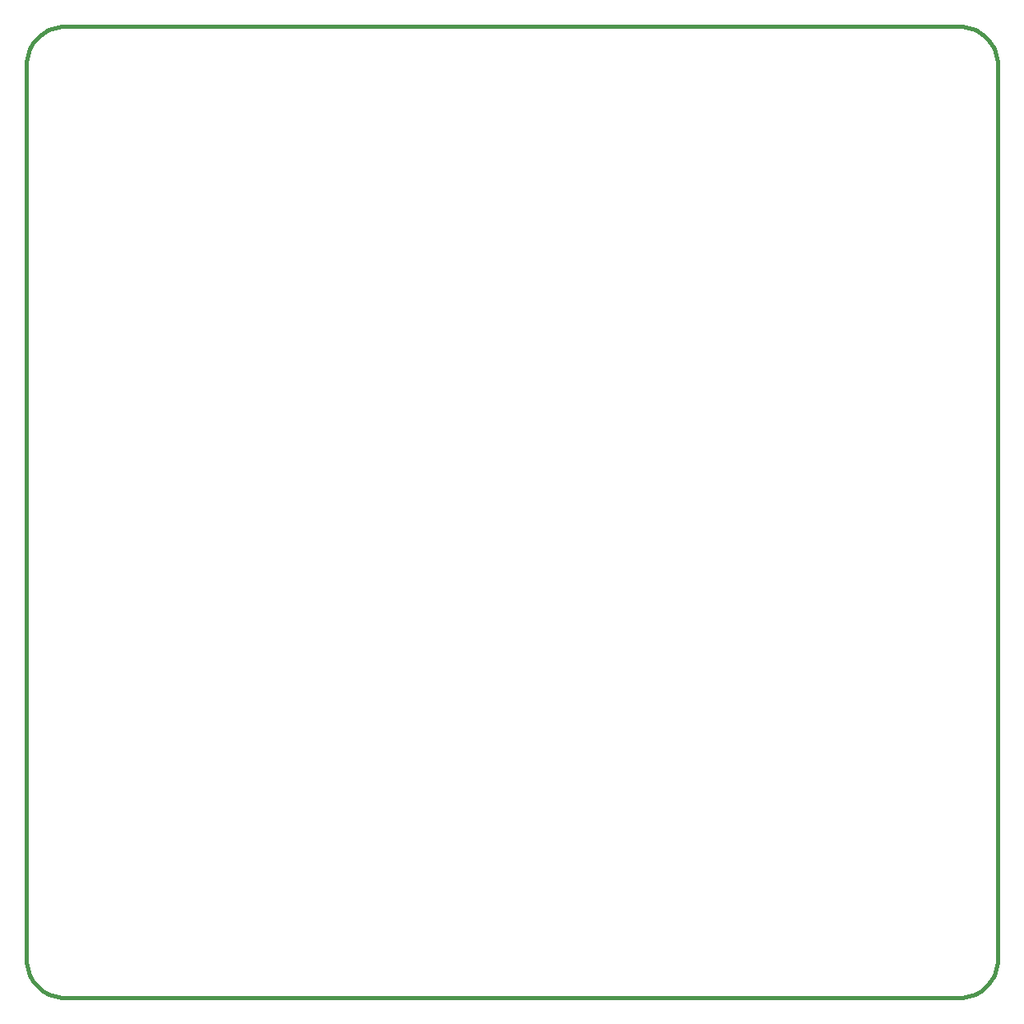
<source format=gbr>
G04 (created by PCBNEW-RS274X (2012-apr-16-27)-stable) date Mon 13 Jan 2014 03:13:16 PM PST*
G01*
G70*
G90*
%MOIN*%
G04 Gerber Fmt 3.4, Leading zero omitted, Abs format*
%FSLAX34Y34*%
G04 APERTURE LIST*
%ADD10C,0.006500*%
%ADD11C,0.015000*%
G04 APERTURE END LIST*
G54D10*
G54D11*
X31496Y-55118D02*
X31496Y-18898D01*
X69291Y-56693D02*
X33071Y-56693D01*
X70866Y-18898D02*
X70866Y-55118D01*
X33071Y-17323D02*
X69291Y-17323D01*
X33071Y-17323D02*
X32934Y-17329D01*
X32798Y-17347D01*
X32664Y-17377D01*
X32533Y-17418D01*
X32406Y-17471D01*
X32284Y-17535D01*
X32168Y-17608D01*
X32059Y-17692D01*
X31958Y-17785D01*
X31865Y-17886D01*
X31781Y-17995D01*
X31708Y-18111D01*
X31644Y-18233D01*
X31591Y-18360D01*
X31550Y-18491D01*
X31520Y-18625D01*
X31502Y-18761D01*
X31496Y-18898D01*
X69291Y-56693D02*
X69428Y-56687D01*
X69564Y-56669D01*
X69698Y-56639D01*
X69829Y-56598D01*
X69956Y-56545D01*
X70078Y-56481D01*
X70194Y-56408D01*
X70303Y-56324D01*
X70404Y-56231D01*
X70497Y-56130D01*
X70581Y-56021D01*
X70654Y-55905D01*
X70718Y-55783D01*
X70771Y-55656D01*
X70812Y-55525D01*
X70842Y-55391D01*
X70860Y-55255D01*
X70866Y-55118D01*
X31496Y-55118D02*
X31502Y-55255D01*
X31520Y-55391D01*
X31550Y-55525D01*
X31591Y-55656D01*
X31644Y-55783D01*
X31708Y-55905D01*
X31781Y-56021D01*
X31865Y-56130D01*
X31958Y-56231D01*
X32059Y-56324D01*
X32168Y-56408D01*
X32284Y-56481D01*
X32406Y-56545D01*
X32533Y-56598D01*
X32664Y-56639D01*
X32798Y-56669D01*
X32934Y-56687D01*
X33071Y-56693D01*
X70866Y-18898D02*
X70860Y-18761D01*
X70842Y-18625D01*
X70812Y-18491D01*
X70771Y-18360D01*
X70718Y-18233D01*
X70654Y-18111D01*
X70581Y-17995D01*
X70497Y-17886D01*
X70404Y-17785D01*
X70303Y-17692D01*
X70194Y-17608D01*
X70078Y-17535D01*
X69956Y-17471D01*
X69829Y-17418D01*
X69698Y-17377D01*
X69564Y-17347D01*
X69428Y-17329D01*
X69291Y-17323D01*
M02*

</source>
